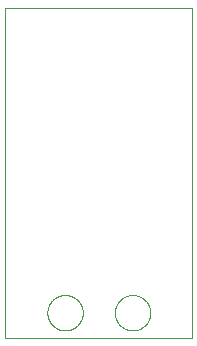
<source format=gtp>
G04 EAGLE Gerber RS-274X export*
G75*
%MOMM*%
%FSLAX34Y34*%
%LPD*%
%INSolder paste top*%
%IPPOS*%
%AMOC8*
5,1,8,0,0,1.08239X$1,22.5*%
G01*
%ADD10C,0.000000*%


D10*
X845725Y656175D02*
X845730Y656543D01*
X845743Y656911D01*
X845766Y657278D01*
X845797Y657645D01*
X845838Y658011D01*
X845887Y658376D01*
X845946Y658739D01*
X846013Y659101D01*
X846089Y659462D01*
X846175Y659820D01*
X846268Y660176D01*
X846371Y660529D01*
X846482Y660880D01*
X846602Y661228D01*
X846730Y661573D01*
X846867Y661915D01*
X847012Y662254D01*
X847165Y662588D01*
X847327Y662919D01*
X847496Y663246D01*
X847674Y663568D01*
X847859Y663887D01*
X848052Y664200D01*
X848253Y664509D01*
X848461Y664812D01*
X848677Y665110D01*
X848900Y665403D01*
X849130Y665691D01*
X849367Y665973D01*
X849611Y666248D01*
X849861Y666518D01*
X850118Y666782D01*
X850382Y667039D01*
X850652Y667289D01*
X850927Y667533D01*
X851209Y667770D01*
X851497Y668000D01*
X851790Y668223D01*
X852088Y668439D01*
X852391Y668647D01*
X852700Y668848D01*
X853013Y669041D01*
X853332Y669226D01*
X853654Y669404D01*
X853981Y669573D01*
X854312Y669735D01*
X854646Y669888D01*
X854985Y670033D01*
X855327Y670170D01*
X855672Y670298D01*
X856020Y670418D01*
X856371Y670529D01*
X856724Y670632D01*
X857080Y670725D01*
X857438Y670811D01*
X857799Y670887D01*
X858161Y670954D01*
X858524Y671013D01*
X858889Y671062D01*
X859255Y671103D01*
X859622Y671134D01*
X859989Y671157D01*
X860357Y671170D01*
X860725Y671175D01*
X861093Y671170D01*
X861461Y671157D01*
X861828Y671134D01*
X862195Y671103D01*
X862561Y671062D01*
X862926Y671013D01*
X863289Y670954D01*
X863651Y670887D01*
X864012Y670811D01*
X864370Y670725D01*
X864726Y670632D01*
X865079Y670529D01*
X865430Y670418D01*
X865778Y670298D01*
X866123Y670170D01*
X866465Y670033D01*
X866804Y669888D01*
X867138Y669735D01*
X867469Y669573D01*
X867796Y669404D01*
X868118Y669226D01*
X868437Y669041D01*
X868750Y668848D01*
X869059Y668647D01*
X869362Y668439D01*
X869660Y668223D01*
X869953Y668000D01*
X870241Y667770D01*
X870523Y667533D01*
X870798Y667289D01*
X871068Y667039D01*
X871332Y666782D01*
X871589Y666518D01*
X871839Y666248D01*
X872083Y665973D01*
X872320Y665691D01*
X872550Y665403D01*
X872773Y665110D01*
X872989Y664812D01*
X873197Y664509D01*
X873398Y664200D01*
X873591Y663887D01*
X873776Y663568D01*
X873954Y663246D01*
X874123Y662919D01*
X874285Y662588D01*
X874438Y662254D01*
X874583Y661915D01*
X874720Y661573D01*
X874848Y661228D01*
X874968Y660880D01*
X875079Y660529D01*
X875182Y660176D01*
X875275Y659820D01*
X875361Y659462D01*
X875437Y659101D01*
X875504Y658739D01*
X875563Y658376D01*
X875612Y658011D01*
X875653Y657645D01*
X875684Y657278D01*
X875707Y656911D01*
X875720Y656543D01*
X875725Y656175D01*
X875720Y655807D01*
X875707Y655439D01*
X875684Y655072D01*
X875653Y654705D01*
X875612Y654339D01*
X875563Y653974D01*
X875504Y653611D01*
X875437Y653249D01*
X875361Y652888D01*
X875275Y652530D01*
X875182Y652174D01*
X875079Y651821D01*
X874968Y651470D01*
X874848Y651122D01*
X874720Y650777D01*
X874583Y650435D01*
X874438Y650096D01*
X874285Y649762D01*
X874123Y649431D01*
X873954Y649104D01*
X873776Y648782D01*
X873591Y648463D01*
X873398Y648150D01*
X873197Y647841D01*
X872989Y647538D01*
X872773Y647240D01*
X872550Y646947D01*
X872320Y646659D01*
X872083Y646377D01*
X871839Y646102D01*
X871589Y645832D01*
X871332Y645568D01*
X871068Y645311D01*
X870798Y645061D01*
X870523Y644817D01*
X870241Y644580D01*
X869953Y644350D01*
X869660Y644127D01*
X869362Y643911D01*
X869059Y643703D01*
X868750Y643502D01*
X868437Y643309D01*
X868118Y643124D01*
X867796Y642946D01*
X867469Y642777D01*
X867138Y642615D01*
X866804Y642462D01*
X866465Y642317D01*
X866123Y642180D01*
X865778Y642052D01*
X865430Y641932D01*
X865079Y641821D01*
X864726Y641718D01*
X864370Y641625D01*
X864012Y641539D01*
X863651Y641463D01*
X863289Y641396D01*
X862926Y641337D01*
X862561Y641288D01*
X862195Y641247D01*
X861828Y641216D01*
X861461Y641193D01*
X861093Y641180D01*
X860725Y641175D01*
X860357Y641180D01*
X859989Y641193D01*
X859622Y641216D01*
X859255Y641247D01*
X858889Y641288D01*
X858524Y641337D01*
X858161Y641396D01*
X857799Y641463D01*
X857438Y641539D01*
X857080Y641625D01*
X856724Y641718D01*
X856371Y641821D01*
X856020Y641932D01*
X855672Y642052D01*
X855327Y642180D01*
X854985Y642317D01*
X854646Y642462D01*
X854312Y642615D01*
X853981Y642777D01*
X853654Y642946D01*
X853332Y643124D01*
X853013Y643309D01*
X852700Y643502D01*
X852391Y643703D01*
X852088Y643911D01*
X851790Y644127D01*
X851497Y644350D01*
X851209Y644580D01*
X850927Y644817D01*
X850652Y645061D01*
X850382Y645311D01*
X850118Y645568D01*
X849861Y645832D01*
X849611Y646102D01*
X849367Y646377D01*
X849130Y646659D01*
X848900Y646947D01*
X848677Y647240D01*
X848461Y647538D01*
X848253Y647841D01*
X848052Y648150D01*
X847859Y648463D01*
X847674Y648782D01*
X847496Y649104D01*
X847327Y649431D01*
X847165Y649762D01*
X847012Y650096D01*
X846867Y650435D01*
X846730Y650777D01*
X846602Y651122D01*
X846482Y651470D01*
X846371Y651821D01*
X846268Y652174D01*
X846175Y652530D01*
X846089Y652888D01*
X846013Y653249D01*
X845946Y653611D01*
X845887Y653974D01*
X845838Y654339D01*
X845797Y654705D01*
X845766Y655072D01*
X845743Y655439D01*
X845730Y655807D01*
X845725Y656175D01*
X902875Y656175D02*
X902880Y656543D01*
X902893Y656911D01*
X902916Y657278D01*
X902947Y657645D01*
X902988Y658011D01*
X903037Y658376D01*
X903096Y658739D01*
X903163Y659101D01*
X903239Y659462D01*
X903325Y659820D01*
X903418Y660176D01*
X903521Y660529D01*
X903632Y660880D01*
X903752Y661228D01*
X903880Y661573D01*
X904017Y661915D01*
X904162Y662254D01*
X904315Y662588D01*
X904477Y662919D01*
X904646Y663246D01*
X904824Y663568D01*
X905009Y663887D01*
X905202Y664200D01*
X905403Y664509D01*
X905611Y664812D01*
X905827Y665110D01*
X906050Y665403D01*
X906280Y665691D01*
X906517Y665973D01*
X906761Y666248D01*
X907011Y666518D01*
X907268Y666782D01*
X907532Y667039D01*
X907802Y667289D01*
X908077Y667533D01*
X908359Y667770D01*
X908647Y668000D01*
X908940Y668223D01*
X909238Y668439D01*
X909541Y668647D01*
X909850Y668848D01*
X910163Y669041D01*
X910482Y669226D01*
X910804Y669404D01*
X911131Y669573D01*
X911462Y669735D01*
X911796Y669888D01*
X912135Y670033D01*
X912477Y670170D01*
X912822Y670298D01*
X913170Y670418D01*
X913521Y670529D01*
X913874Y670632D01*
X914230Y670725D01*
X914588Y670811D01*
X914949Y670887D01*
X915311Y670954D01*
X915674Y671013D01*
X916039Y671062D01*
X916405Y671103D01*
X916772Y671134D01*
X917139Y671157D01*
X917507Y671170D01*
X917875Y671175D01*
X918243Y671170D01*
X918611Y671157D01*
X918978Y671134D01*
X919345Y671103D01*
X919711Y671062D01*
X920076Y671013D01*
X920439Y670954D01*
X920801Y670887D01*
X921162Y670811D01*
X921520Y670725D01*
X921876Y670632D01*
X922229Y670529D01*
X922580Y670418D01*
X922928Y670298D01*
X923273Y670170D01*
X923615Y670033D01*
X923954Y669888D01*
X924288Y669735D01*
X924619Y669573D01*
X924946Y669404D01*
X925268Y669226D01*
X925587Y669041D01*
X925900Y668848D01*
X926209Y668647D01*
X926512Y668439D01*
X926810Y668223D01*
X927103Y668000D01*
X927391Y667770D01*
X927673Y667533D01*
X927948Y667289D01*
X928218Y667039D01*
X928482Y666782D01*
X928739Y666518D01*
X928989Y666248D01*
X929233Y665973D01*
X929470Y665691D01*
X929700Y665403D01*
X929923Y665110D01*
X930139Y664812D01*
X930347Y664509D01*
X930548Y664200D01*
X930741Y663887D01*
X930926Y663568D01*
X931104Y663246D01*
X931273Y662919D01*
X931435Y662588D01*
X931588Y662254D01*
X931733Y661915D01*
X931870Y661573D01*
X931998Y661228D01*
X932118Y660880D01*
X932229Y660529D01*
X932332Y660176D01*
X932425Y659820D01*
X932511Y659462D01*
X932587Y659101D01*
X932654Y658739D01*
X932713Y658376D01*
X932762Y658011D01*
X932803Y657645D01*
X932834Y657278D01*
X932857Y656911D01*
X932870Y656543D01*
X932875Y656175D01*
X932870Y655807D01*
X932857Y655439D01*
X932834Y655072D01*
X932803Y654705D01*
X932762Y654339D01*
X932713Y653974D01*
X932654Y653611D01*
X932587Y653249D01*
X932511Y652888D01*
X932425Y652530D01*
X932332Y652174D01*
X932229Y651821D01*
X932118Y651470D01*
X931998Y651122D01*
X931870Y650777D01*
X931733Y650435D01*
X931588Y650096D01*
X931435Y649762D01*
X931273Y649431D01*
X931104Y649104D01*
X930926Y648782D01*
X930741Y648463D01*
X930548Y648150D01*
X930347Y647841D01*
X930139Y647538D01*
X929923Y647240D01*
X929700Y646947D01*
X929470Y646659D01*
X929233Y646377D01*
X928989Y646102D01*
X928739Y645832D01*
X928482Y645568D01*
X928218Y645311D01*
X927948Y645061D01*
X927673Y644817D01*
X927391Y644580D01*
X927103Y644350D01*
X926810Y644127D01*
X926512Y643911D01*
X926209Y643703D01*
X925900Y643502D01*
X925587Y643309D01*
X925268Y643124D01*
X924946Y642946D01*
X924619Y642777D01*
X924288Y642615D01*
X923954Y642462D01*
X923615Y642317D01*
X923273Y642180D01*
X922928Y642052D01*
X922580Y641932D01*
X922229Y641821D01*
X921876Y641718D01*
X921520Y641625D01*
X921162Y641539D01*
X920801Y641463D01*
X920439Y641396D01*
X920076Y641337D01*
X919711Y641288D01*
X919345Y641247D01*
X918978Y641216D01*
X918611Y641193D01*
X918243Y641180D01*
X917875Y641175D01*
X917507Y641180D01*
X917139Y641193D01*
X916772Y641216D01*
X916405Y641247D01*
X916039Y641288D01*
X915674Y641337D01*
X915311Y641396D01*
X914949Y641463D01*
X914588Y641539D01*
X914230Y641625D01*
X913874Y641718D01*
X913521Y641821D01*
X913170Y641932D01*
X912822Y642052D01*
X912477Y642180D01*
X912135Y642317D01*
X911796Y642462D01*
X911462Y642615D01*
X911131Y642777D01*
X910804Y642946D01*
X910482Y643124D01*
X910163Y643309D01*
X909850Y643502D01*
X909541Y643703D01*
X909238Y643911D01*
X908940Y644127D01*
X908647Y644350D01*
X908359Y644580D01*
X908077Y644817D01*
X907802Y645061D01*
X907532Y645311D01*
X907268Y645568D01*
X907011Y645832D01*
X906761Y646102D01*
X906517Y646377D01*
X906280Y646659D01*
X906050Y646947D01*
X905827Y647240D01*
X905611Y647538D01*
X905403Y647841D01*
X905202Y648150D01*
X905009Y648463D01*
X904824Y648782D01*
X904646Y649104D01*
X904477Y649431D01*
X904315Y649762D01*
X904162Y650096D01*
X904017Y650435D01*
X903880Y650777D01*
X903752Y651122D01*
X903632Y651470D01*
X903521Y651821D01*
X903418Y652174D01*
X903325Y652530D01*
X903239Y652888D01*
X903163Y653249D01*
X903096Y653611D01*
X903037Y653974D01*
X902988Y654339D01*
X902947Y654705D01*
X902916Y655072D01*
X902893Y655439D01*
X902880Y655807D01*
X902875Y656175D01*
X968375Y914400D02*
X809625Y914400D01*
X809625Y635000D01*
X968375Y635000D02*
X968375Y914400D01*
X968375Y635000D02*
X809625Y635000D01*
M02*

</source>
